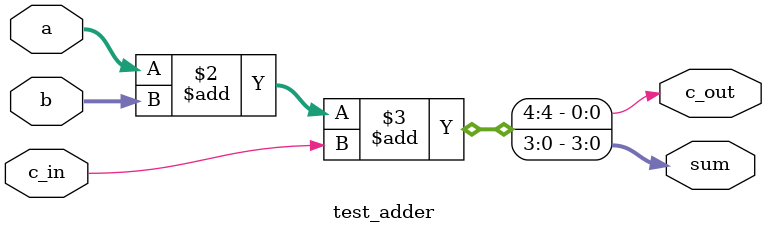
<source format=v>


module test_adder(
    input [3:0] a,
    input [3:0] b,
    input c_in,
    output reg [3:0] sum,
    output reg c_out
    );

    always @ (a or b or c_in) begin
        {c_out, sum} = a + b + c_in;
    end

endmodule

</source>
